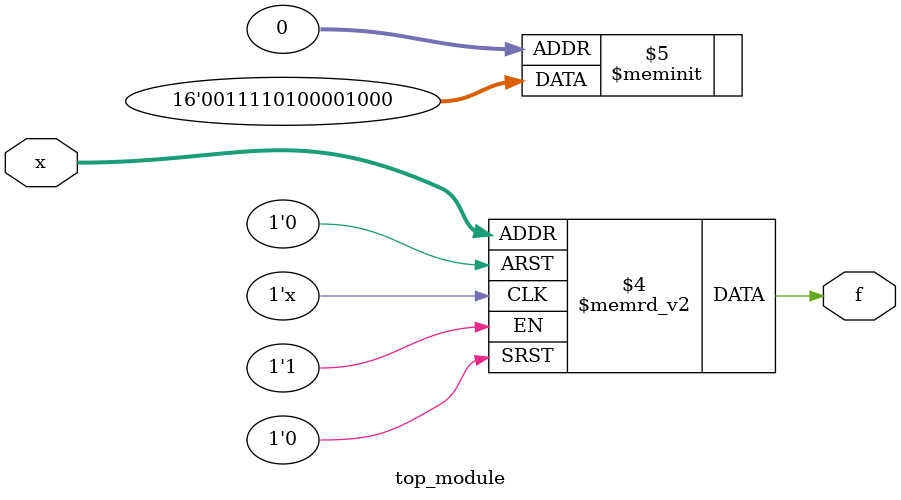
<source format=sv>
module top_module (
    input [4:1] x,
    output logic f
);

    always_comb begin
        case (x)
            4'b0001: f = 0;
            4'b0100: f = 0;
            4'b0011: f = 1;
            4'b0110: f = 0;
            4'b1100: f = 1;
            4'b1101: f = 1;
            4'b1110: f = 0;
            4'b1010: f = 1;
            4'b1000: f = 1;
            4'b1011: f = 1;
            default: f = 0; // You can set the don't-care conditions to 0 or 1
        endcase
    end

endmodule

</source>
